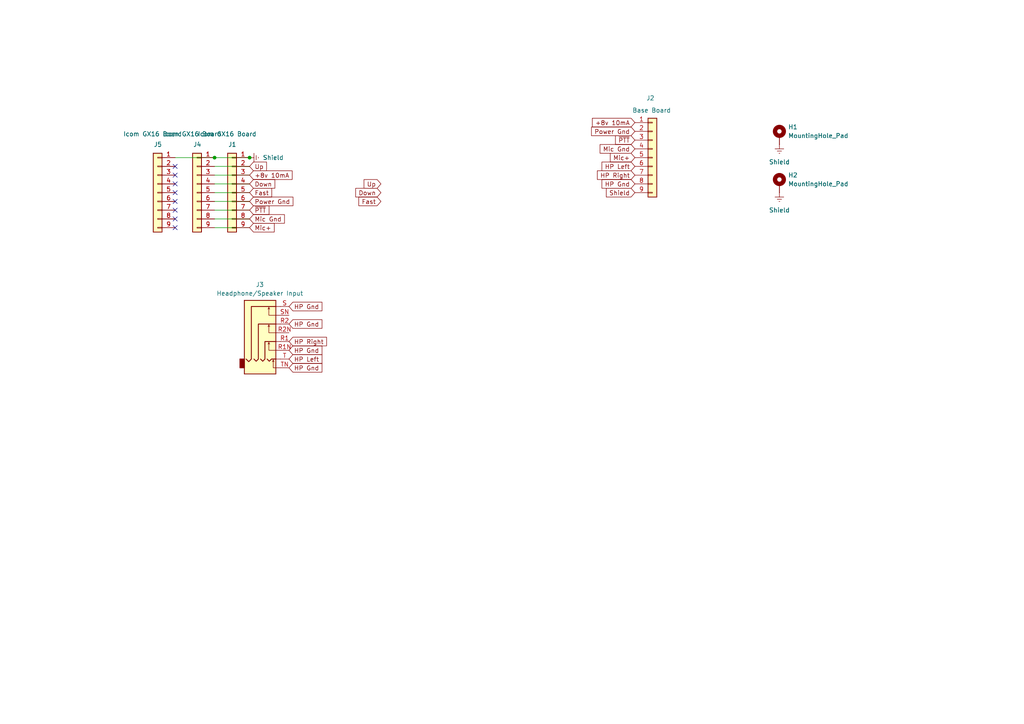
<source format=kicad_sch>
(kicad_sch (version 20231120) (generator "eeschema") (generator_version "8.0")
  (paper "A4")
  (lib_symbols
    (symbol "Connector_Generic:Conn_01x09" (pin_names (offset 1.016) hide)
      (property "Reference" "J" (at 0 12.7 0))
      (property "Value" "Conn_01x09" (at 0 -12.7 0))
      (symbol "Conn_01x09_1_1"
        (rectangle (start -1.27 -10.033) (end 0 -10.287) (stroke (width 0.1524)))
        (rectangle (start -1.27 -7.493) (end 0 -7.747) (stroke (width 0.1524)))
        (rectangle (start -1.27 -4.953) (end 0 -5.207) (stroke (width 0.1524)))
        (rectangle (start -1.27 -2.413) (end 0 -2.667) (stroke (width 0.1524)))
        (rectangle (start -1.27 0.127) (end 0 -0.127) (stroke (width 0.1524)))
        (rectangle (start -1.27 2.667) (end 0 2.413) (stroke (width 0.1524)))
        (rectangle (start -1.27 5.207) (end 0 4.953) (stroke (width 0.1524)))
        (rectangle (start -1.27 7.747) (end 0 7.493) (stroke (width 0.1524)))
        (rectangle (start -1.27 10.287) (end 0 10.033) (stroke (width 0.1524)))
        (rectangle (start -1.27 11.43) (end 1.27 -11.43) (stroke (width 0.254)) (fill (type background)))
        (pin passive line (at -5.08 10.16 0) (length 3.81) (name "Pin_1") (number "1"))
        (pin passive line (at -5.08 7.62 0) (length 3.81) (name "Pin_2") (number "2"))
        (pin passive line (at -5.08 5.08 0) (length 3.81) (name "Pin_3") (number "3"))
        (pin passive line (at -5.08 2.54 0) (length 3.81) (name "Pin_4") (number "4"))
        (pin passive line (at -5.08 0 0) (length 3.81) (name "Pin_5") (number "5"))
        (pin passive line (at -5.08 -2.54 0) (length 3.81) (name "Pin_6") (number "6"))
        (pin passive line (at -5.08 -5.08 0) (length 3.81) (name "Pin_7") (number "7"))
        (pin passive line (at -5.08 -7.62 0) (length 3.81) (name "Pin_8") (number "8"))
        (pin passive line (at -5.08 -10.16 0) (length 3.81) (name "Pin_9") (number "9"))
      )
    )
    (symbol "Mechanical:MountingHole_Pad" (pin_numbers hide) (pin_names (offset 1.016) hide) (exclude_from_sim yes) (in_bom no)
      (property "Reference" "H" (at 0 6.35 0))
      (property "Value" "MountingHole_Pad" (at 0 4.445 0))
      (symbol "MountingHole_Pad_0_1"
        (circle (center 0 1.27) (radius 1.27) (stroke (width 1.27)))
      )
      (symbol "MountingHole_Pad_1_1"
        (pin input line (at 0 -2.54 90) (length 2.54) (name "1") (number "1"))
      )
    )
    (symbol "Smitty:AudioJack4_SwitchTR1R2S"
      (property "Reference" "J" (at -3.048 14.986 0))
      (property "Value" "AudioJack4_SwitchTR1R2S" (at -2.794 13.208 0))
      (symbol "AudioJack4_SwitchTR1R2S_0_1"
        (rectangle (start -9.144 -5.08) (end -7.874 -7.62) (stroke (width 0.254)) (fill (type outline)))
        (rectangle (start -7.874 11.938) (end 1.27 -9.398) (stroke (width 0.254)) (fill (type background)))
        (polyline (pts (xy 1.27 -5.08) (xy 2.54 -5.08)))
        (polyline (pts (xy 1.27 5.08) (xy 2.54 5.08)))
        (polyline (pts (xy 2.54 0) (xy 1.27 0)))
        (polyline (pts (xy 2.54 10.16) (xy 1.27 10.16)))
      )
      (symbol "AudioJack4_SwitchTR1R2S_1_1"
        (polyline (pts (xy -0.762 -0.254) (xy -0.508 -0.762)))
        (polyline (pts (xy -0.762 4.826) (xy -0.508 4.318)))
        (polyline (pts (xy -0.762 9.906) (xy -0.508 9.398)))
        (polyline (pts (xy 0.508 -5.334) (xy 0.762 -5.842)))
        (polyline (pts (xy -1.27 -5.08) (xy -0.635 -5.715) (xy 0 -5.08) (xy 1.27 -5.08)) (stroke (width 0.254)))
        (polyline (pts (xy 2.54 -7.62) (xy 0.508 -7.62) (xy 0.508 -5.334) (xy 0.254 -5.842)))
        (polyline (pts (xy 2.54 -2.54) (xy -0.762 -2.54) (xy -0.762 -0.254) (xy -1.016 -0.762)))
        (polyline (pts (xy 2.54 2.54) (xy -0.762 2.54) (xy -0.762 4.826) (xy -1.016 4.318)))
        (polyline (pts (xy 2.54 7.62) (xy -0.762 7.62) (xy -0.762 9.906) (xy -1.016 9.398)))
        (polyline (pts (xy -3.175 -5.08) (xy -2.54 -5.715) (xy -1.905 -5.08) (xy -1.905 0) (xy 1.27 0)) (stroke (width 0.254)))
        (polyline (pts (xy 1.27 5.08) (xy -3.81 5.08) (xy -3.81 -5.08) (xy -4.445 -5.715) (xy -5.08 -5.08)) (stroke (width 0.254)))
        (polyline (pts (xy 1.27 10.16) (xy -5.842 10.16) (xy -5.842 -5.08) (xy -6.604 -5.842) (xy -7.366 -5.08)) (stroke (width 0.254)))
        (pin passive line (at 5.08 0 180) (length 2.54) (name "~") (number "R1"))
        (pin passive line (at 5.08 -2.54 180) (length 2.54) (name "~") (number "R1N"))
        (pin passive line (at 5.08 5.08 180) (length 2.54) (name "~") (number "R2"))
        (pin passive line (at 5.08 2.54 180) (length 2.54) (name "~") (number "R2N"))
        (pin passive line (at 5.08 10.16 180) (length 2.54) (name "~") (number "S"))
        (pin passive line (at 5.08 7.62 180) (length 2.54) (name "~") (number "SN"))
        (pin passive line (at 5.08 -5.08 180) (length 2.54) (name "~") (number "T"))
        (pin passive line (at 5.08 -7.62 180) (length 2.54) (name "~") (number "TN"))
      )
    )
    (symbol "power:Earth" (power) (pin_numbers hide) (pin_names (offset 0) hide)
      (property "Value" "Earth" (at 0 -3.81 0))
      (symbol "Earth_0_1"
        (polyline (pts (xy -0.635 -1.905) (xy 0.635 -1.905)))
        (polyline (pts (xy -0.127 -2.54) (xy 0.127 -2.54)))
        (polyline (pts (xy 0 -1.27) (xy 0 0)))
        (polyline (pts (xy 1.27 -1.27) (xy -1.27 -1.27)))
      )
      (symbol "Earth_1_1"
        (pin power_in line (at 0 0 270) (length 0) (name "~") (number "1"))
      )
    )
  )
  (junction (at 72.39 45.72))
  (junction (at 62.23 45.72))
  (no_connect (at 50.8 60.96))
  (no_connect (at 50.8 53.34))
  (no_connect (at 50.8 66.04))
  (no_connect (at 50.8 58.42))
  (no_connect (at 50.8 48.26))
  (no_connect (at 50.8 63.5))
  (no_connect (at 50.8 55.88))
  (no_connect (at 50.8 50.8))
  (wire (pts (xy 62.23 48.26) (xy 72.39 48.26)))
  (wire (pts (xy 62.23 55.88) (xy 72.39 55.88)))
  (wire (pts (xy 62.23 45.72) (xy 72.39 45.72)))
  (wire (pts (xy 62.23 63.5) (xy 72.39 63.5)))
  (wire (pts (xy 62.23 58.42) (xy 72.39 58.42)))
  (wire (pts (xy 62.23 66.04) (xy 72.39 66.04)))
  (wire (pts (xy 62.23 50.8) (xy 72.39 50.8)))
  (wire (pts (xy 50.8 45.72) (xy 62.23 45.72)))
  (wire (pts (xy 62.23 53.34) (xy 72.39 53.34)))
  (wire (pts (xy 62.23 60.96) (xy 72.39 60.96)))
  (global_label "Fast" (shape input) (at 110.49 58.42 180) (property "Intersheetrefs" "${INTERSHEET_REFS}" (effects (hide yes))))
  (global_label "Up" (shape input) (at 110.49 53.34 180) (property "Intersheetrefs" "${INTERSHEET_REFS}" (effects (hide yes))))
  (global_label "HP Gnd" (shape input) (at 83.82 93.98 0) (property "Intersheetrefs" "${INTERSHEET_REFS}" (effects (hide yes))))
  (global_label "~{PTT}" (shape input) (at 72.39 60.96 0) (property "Intersheetrefs" "${INTERSHEET_REFS}" (effects (hide yes))))
  (global_label "Down" (shape input) (at 110.49 55.88 180) (property "Intersheetrefs" "${INTERSHEET_REFS}" (effects (hide yes))))
  (global_label "HP Right" (shape input) (at 83.82 99.06 0) (property "Intersheetrefs" "${INTERSHEET_REFS}" (effects (hide yes))))
  (global_label "Mic+" (shape input) (at 184.15 45.72 180) (property "Intersheetrefs" "${INTERSHEET_REFS}" (effects (hide yes))))
  (global_label "HP Gnd" (shape input) (at 83.82 88.9 0) (property "Intersheetrefs" "${INTERSHEET_REFS}" (effects (hide yes))))
  (global_label "Power Gnd" (shape input) (at 184.15 38.1 180) (property "Intersheetrefs" "${INTERSHEET_REFS}" (effects (hide yes))))
  (global_label "HP Gnd" (shape input) (at 184.15 53.34 180) (property "Intersheetrefs" "${INTERSHEET_REFS}" (effects (hide yes))))
  (global_label "Mic Gnd" (shape input) (at 184.15 43.18 180) (property "Intersheetrefs" "${INTERSHEET_REFS}" (effects (hide yes))))
  (global_label "Shield" (shape input) (at 184.15 55.88 180) (property "Intersheetrefs" "${INTERSHEET_REFS}" (effects (hide yes))))
  (global_label "Fast" (shape input) (at 72.39 55.88 0) (property "Intersheetrefs" "${INTERSHEET_REFS}" (effects (hide yes))))
  (global_label "+8v 10mA" (shape input) (at 184.15 35.56 180) (property "Intersheetrefs" "${INTERSHEET_REFS}" (effects (hide yes))))
  (global_label "Mic+" (shape input) (at 72.39 66.04 0) (property "Intersheetrefs" "${INTERSHEET_REFS}" (effects (hide yes))))
  (global_label "HP Right" (shape input) (at 184.15 50.8 180) (property "Intersheetrefs" "${INTERSHEET_REFS}" (effects (hide yes))))
  (global_label "~{PTT}" (shape input) (at 184.15 40.64 180) (property "Intersheetrefs" "${INTERSHEET_REFS}" (effects (hide yes))))
  (global_label "HP Gnd" (shape input) (at 83.82 101.6 0) (property "Intersheetrefs" "${INTERSHEET_REFS}" (effects (hide yes))))
  (global_label "HP Gnd" (shape input) (at 83.82 106.68 0) (property "Intersheetrefs" "${INTERSHEET_REFS}" (effects (hide yes))))
  (global_label "Up" (shape input) (at 72.39 48.26 0) (property "Intersheetrefs" "${INTERSHEET_REFS}" (effects (hide yes))))
  (global_label "HP Left" (shape input) (at 184.15 48.26 180) (property "Intersheetrefs" "${INTERSHEET_REFS}" (effects (hide yes))))
  (global_label "Power Gnd" (shape input) (at 72.39 58.42 0) (property "Intersheetrefs" "${INTERSHEET_REFS}" (effects (hide yes))))
  (global_label "Down" (shape input) (at 72.39 53.34 0) (property "Intersheetrefs" "${INTERSHEET_REFS}" (effects (hide yes))))
  (global_label "Mic Gnd" (shape input) (at 72.39 63.5 0) (property "Intersheetrefs" "${INTERSHEET_REFS}" (effects (hide yes))))
  (global_label "+8v 10mA" (shape input) (at 72.39 50.8 0) (property "Intersheetrefs" "${INTERSHEET_REFS}" (effects (hide yes))))
  (global_label "HP Left" (shape input) (at 83.82 104.14 0) (property "Intersheetrefs" "${INTERSHEET_REFS}" (effects (hide yes))))
  (symbol (lib_id "Smitty:AudioJack4_SwitchTR1R2S") (at 78.74 99.06 0) (unit 1)
    (property "Reference" "J3" (at 75.3745 82.55 0))
    (property "Value" "Headphone/Speaker Input" (at 75.3745 85.09 0))
    (property "Footprint" "Libraries:Conn_3.5mm-PJ-393_SMT-C668609_TH-C145811" (effects (hide yes)))
    (property "Description" "Audio Jack, 4 Poles (Stereo / TRRS), Switched TR1R2S Poles (Normalling)" (effects (hide yes)))
  )
  (symbol (lib_id "Connector_Generic:Conn_01x09") (at 57.15 55.88 0) (mirror y) (unit 1)
    (property "Reference" "J4" (at 58.42 41.91 0) (effects (justify left)))
    (property "Value" "Icom GX16 Board" (at 64.262 38.862 0) (effects (justify left)))
    (property "Footprint" "Libraries:Conn_B2B-RA_2.54mm_9pin_LtoR" (effects (hide yes)))
    (property "Description" "Generic connector, single row, 01x09, script generated (kicad-library-utils/schlib/autogen/connector/)" (effects (hide yes)))
  )
  (symbol (lib_id "power:Earth") (at 226.06 41.91 0) (unit 1)
    (property "Reference" "#PWR01" (effects (hide yes)))
    (property "Value" "Shield" (at 226.06 46.99 0))
    (property "Description" "Power symbol creates a global label with name \"Earth\"" (effects (hide yes)))
  )
  (symbol (lib_id "power:Earth") (at 72.39 45.72 90) (unit 1)
    (property "Reference" "#PWR03" (effects (hide yes)))
    (property "Value" "Shield" (at 76.2 45.7199 90) (effects (justify right)))
    (property "Description" "Power symbol creates a global label with name \"Earth\"" (effects (hide yes)))
  )
  (symbol (lib_id "Mechanical:MountingHole_Pad") (at 226.06 53.34 0) (unit 1) (exclude_from_sim yes) (in_bom no)
    (property "Reference" "H2" (at 228.6 50.7999 0) (effects (justify left)))
    (property "Value" "MountingHole_Pad" (at 228.6 53.3399 0) (effects (justify left)))
    (property "Footprint" "MountingHole:MountingHole_3.2mm_M3_Pad" (effects (hide yes)))
    (property "Description" "Mounting Hole with connection" (effects (hide yes)))
  )
  (symbol (lib_id "Connector_Generic:Conn_01x09") (at 45.72 55.88 0) (mirror y) (unit 1)
    (property "Reference" "J5" (at 46.99 41.91 0) (effects (justify left)))
    (property "Value" "Icom GX16 Board" (at 52.832 38.862 0) (effects (justify left)))
    (property "Footprint" "Libraries:Conn_B2B-RA_2.54mm_9pin_LtoR" (effects (hide yes)))
    (property "Description" "Generic connector, single row, 01x09, script generated (kicad-library-utils/schlib/autogen/connector/)" (effects (hide yes)))
  )
  (symbol (lib_id "Connector_Generic:Conn_01x09") (at 189.23 45.72 0) (unit 1)
    (property "Reference" "J2" (at 187.452 28.448 0) (effects (justify left)))
    (property "Value" "Base Board" (at 183.388 32.004 0) (effects (justify left)))
    (property "Footprint" "Libraries:Conn_B2B-RA_2.54mm_Castelated_9pin_RtoL" (effects (hide yes)))
    (property "Description" "Generic connector, single row, 01x09, script generated (kicad-library-utils/schlib/autogen/connector/)" (effects (hide yes)))
  )
  (symbol (lib_id "power:Earth") (at 226.06 55.88 0) (unit 1)
    (property "Reference" "#PWR02" (effects (hide yes)))
    (property "Value" "Shield" (at 226.06 60.96 0))
    (property "Description" "Power symbol creates a global label with name \"Earth\"" (effects (hide yes)))
  )
  (symbol (lib_id "Connector_Generic:Conn_01x09") (at 67.31 55.88 0) (mirror y) (unit 1)
    (property "Reference" "J1" (at 68.58 41.91 0) (effects (justify left)))
    (property "Value" "Icom GX16 Board" (at 74.422 38.862 0) (effects (justify left)))
    (property "Footprint" "Libraries:Conn_B2B-RA_2.54mm_9pin_RtoL" (effects (hide yes)))
    (property "Description" "Generic connector, single row, 01x09, script generated (kicad-library-utils/schlib/autogen/connector/)" (effects (hide yes)))
  )
  (symbol (lib_id "Mechanical:MountingHole_Pad") (at 226.06 39.37 0) (unit 1) (exclude_from_sim yes) (in_bom no)
    (property "Reference" "H1" (at 228.6 36.8299 0) (effects (justify left)))
    (property "Value" "MountingHole_Pad" (at 228.6 39.3699 0) (effects (justify left)))
    (property "Footprint" "MountingHole:MountingHole_3.2mm_M3_Pad" (effects (hide yes)))
    (property "Description" "Mounting Hole with connection" (effects (hide yes)))
  )
)
</source>
